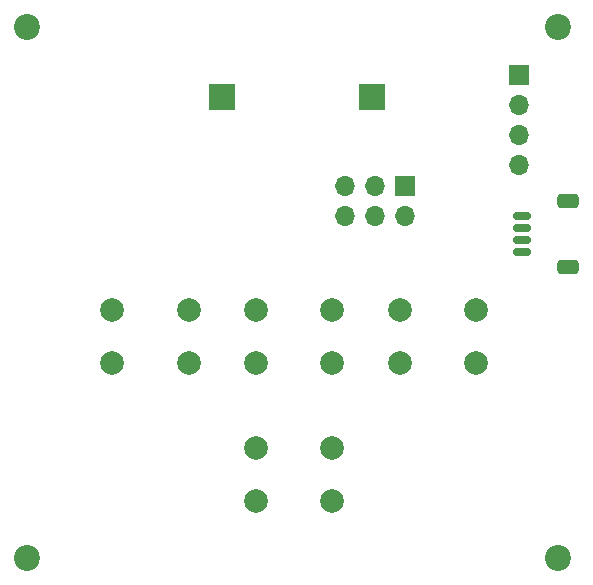
<source format=gbr>
%TF.GenerationSoftware,KiCad,Pcbnew,(6.0.5)*%
%TF.CreationDate,2023-01-02T12:27:37-06:00*%
%TF.ProjectId,remote,72656d6f-7465-42e6-9b69-6361645f7063,rev?*%
%TF.SameCoordinates,Original*%
%TF.FileFunction,Soldermask,Top*%
%TF.FilePolarity,Negative*%
%FSLAX46Y46*%
G04 Gerber Fmt 4.6, Leading zero omitted, Abs format (unit mm)*
G04 Created by KiCad (PCBNEW (6.0.5)) date 2023-01-02 12:27:37*
%MOMM*%
%LPD*%
G01*
G04 APERTURE LIST*
G04 Aperture macros list*
%AMRoundRect*
0 Rectangle with rounded corners*
0 $1 Rounding radius*
0 $2 $3 $4 $5 $6 $7 $8 $9 X,Y pos of 4 corners*
0 Add a 4 corners polygon primitive as box body*
4,1,4,$2,$3,$4,$5,$6,$7,$8,$9,$2,$3,0*
0 Add four circle primitives for the rounded corners*
1,1,$1+$1,$2,$3*
1,1,$1+$1,$4,$5*
1,1,$1+$1,$6,$7*
1,1,$1+$1,$8,$9*
0 Add four rect primitives between the rounded corners*
20,1,$1+$1,$2,$3,$4,$5,0*
20,1,$1+$1,$4,$5,$6,$7,0*
20,1,$1+$1,$6,$7,$8,$9,0*
20,1,$1+$1,$8,$9,$2,$3,0*%
G04 Aperture macros list end*
%ADD10C,2.200000*%
%ADD11C,2.000000*%
%ADD12RoundRect,0.150000X0.625000X-0.150000X0.625000X0.150000X-0.625000X0.150000X-0.625000X-0.150000X0*%
%ADD13RoundRect,0.250000X0.650000X-0.350000X0.650000X0.350000X-0.650000X0.350000X-0.650000X-0.350000X0*%
%ADD14R,1.700000X1.700000*%
%ADD15O,1.700000X1.700000*%
%ADD16R,2.300000X2.300000*%
G04 APERTURE END LIST*
D10*
%TO.C,H3*%
X102616000Y-38100000D03*
%TD*%
D11*
%TO.C,SW3*%
X140659000Y-62012000D03*
X134159000Y-62012000D03*
X140659000Y-66512000D03*
X134159000Y-66512000D03*
%TD*%
%TO.C,SW4*%
X121967000Y-73696000D03*
X128467000Y-73696000D03*
X128467000Y-78196000D03*
X121967000Y-78196000D03*
%TD*%
D10*
%TO.C,H1*%
X102616000Y-83058000D03*
%TD*%
D12*
%TO.C,J4*%
X144558000Y-57126000D03*
X144558000Y-56126000D03*
X144558000Y-55126000D03*
X144558000Y-54126000D03*
D13*
X148433000Y-52826000D03*
X148433000Y-58426000D03*
%TD*%
D10*
%TO.C,H2*%
X147574000Y-83058000D03*
%TD*%
D11*
%TO.C,SW2*%
X109780000Y-62012000D03*
X116280000Y-62012000D03*
X109780000Y-66512000D03*
X116280000Y-66512000D03*
%TD*%
%TO.C,SW1*%
X121967000Y-62012000D03*
X128467000Y-62012000D03*
X128467000Y-66512000D03*
X121967000Y-66512000D03*
%TD*%
D14*
%TO.C,J3*%
X134605000Y-51557000D03*
D15*
X134605000Y-54097000D03*
X132065000Y-51557000D03*
X132065000Y-54097000D03*
X129525000Y-51557000D03*
X129525000Y-54097000D03*
%TD*%
D10*
%TO.C,H4*%
X147574000Y-38100000D03*
%TD*%
D14*
%TO.C,J2*%
X144272000Y-42164000D03*
D15*
X144272000Y-44704000D03*
X144272000Y-47244000D03*
X144272000Y-49784000D03*
%TD*%
D16*
%TO.C,J1*%
X119098000Y-44022000D03*
X131838000Y-44022000D03*
%TD*%
M02*

</source>
